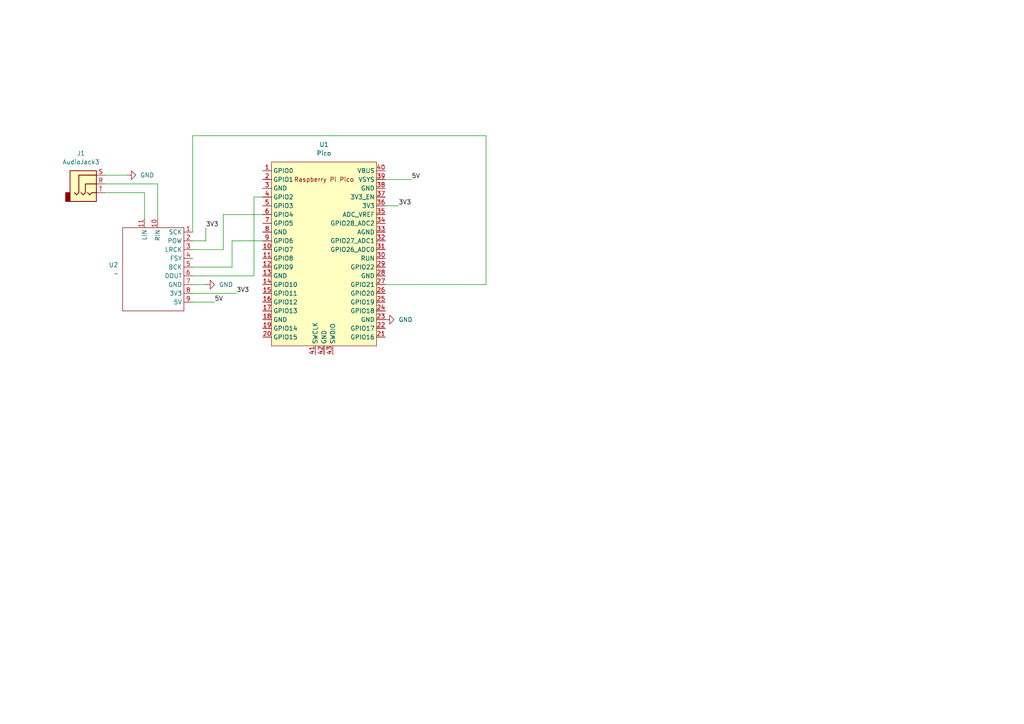
<source format=kicad_sch>
(kicad_sch (version 20250114) (generator "eeschema") (generator_version "9.0")
  (paper "A4")
  (lib_symbols
    (symbol "Connector_Audio:AudioJack3"
      (property "Reference" "J" (at 0 8.89 0))
      (property "Value" "AudioJack3" (at 0 6.35 0))
      (symbol "AudioJack3_0_1"
        (rectangle (start -5.08 -5.08) (end -6.35 -2.54) (stroke (width 0.254)) (fill (type outline)))
        (polyline (pts (xy -1.905 -2.54) (xy -1.27 -3.175) (xy -0.635 -2.54) (xy -0.635 0) (xy 2.54 0)) (stroke (width 0.254)))
        (polyline (pts (xy 0 -2.54) (xy 0.635 -3.175) (xy 1.27 -2.54) (xy 2.54 -2.54)) (stroke (width 0.254)))
        (rectangle (start 2.54 3.81) (end -5.08 -5.08) (stroke (width 0.254)) (fill (type background)))
        (polyline (pts (xy 2.54 2.54) (xy -2.54 2.54) (xy -2.54 -2.54) (xy -3.175 -3.175) (xy -3.81 -2.54)) (stroke (width 0.254)))
      )
      (symbol "AudioJack3_1_1"
        (pin passive line (at 5.08 2.54 180) (length 2.54) (name "~") (number "S"))
        (pin passive line (at 5.08 0 180) (length 2.54) (name "~") (number "R"))
        (pin passive line (at 5.08 -2.54 180) (length 2.54) (name "~") (number "T"))
      )
    )
    (symbol "MCU_RaspberryPi_and_Boards:Pico"
      (property "Reference" "U" (at -13.97 27.94 0))
      (property "Value" "Pico" (at 0 19.05 0))
      (symbol "Pico_0_0"
        (text "Raspberry Pi Pico" (at 0 21.59 0) (effects (font (size 1.27 1.27))))
      )
      (symbol "Pico_0_1"
        (rectangle (start -15.24 26.67) (end 15.24 -26.67) (fill (type background)))
      )
      (symbol "Pico_1_1"
        (pin bidirectional line (at -17.78 24.13 0) (length 2.54) (name "GPIO0") (number "1"))
        (pin bidirectional line (at -17.78 21.59 0) (length 2.54) (name "GPIO1") (number "2"))
        (pin power_in line (at -17.78 19.05 0) (length 2.54) (name "GND") (number "3"))
        (pin bidirectional line (at -17.78 16.51 0) (length 2.54) (name "GPIO2") (number "4"))
        (pin bidirectional line (at -17.78 13.97 0) (length 2.54) (name "GPIO3") (number "5"))
        (pin bidirectional line (at -17.78 11.43 0) (length 2.54) (name "GPIO4") (number "6"))
        (pin bidirectional line (at -17.78 8.89 0) (length 2.54) (name "GPIO5") (number "7"))
        (pin power_in line (at -17.78 6.35 0) (length 2.54) (name "GND") (number "8"))
        (pin bidirectional line (at -17.78 3.81 0) (length 2.54) (name "GPIO6") (number "9"))
        (pin bidirectional line (at -17.78 1.27 0) (length 2.54) (name "GPIO7") (number "10"))
        (pin bidirectional line (at -17.78 -1.27 0) (length 2.54) (name "GPIO8") (number "11"))
        (pin bidirectional line (at -17.78 -3.81 0) (length 2.54) (name "GPIO9") (number "12"))
        (pin power_in line (at -17.78 -6.35 0) (length 2.54) (name "GND") (number "13"))
        (pin bidirectional line (at -17.78 -8.89 0) (length 2.54) (name "GPIO10") (number "14"))
        (pin bidirectional line (at -17.78 -11.43 0) (length 2.54) (name "GPIO11") (number "15"))
        (pin bidirectional line (at -17.78 -13.97 0) (length 2.54) (name "GPIO12") (number "16"))
        (pin bidirectional line (at -17.78 -16.51 0) (length 2.54) (name "GPIO13") (number "17"))
        (pin power_in line (at -17.78 -19.05 0) (length 2.54) (name "GND") (number "18"))
        (pin bidirectional line (at -17.78 -21.59 0) (length 2.54) (name "GPIO14") (number "19"))
        (pin bidirectional line (at -17.78 -24.13 0) (length 2.54) (name "GPIO15") (number "20"))
        (pin input line (at -2.54 -29.21 90) (length 2.54) (name "SWCLK") (number "41"))
        (pin power_in line (at 0 -29.21 90) (length 2.54) (name "GND") (number "42"))
        (pin bidirectional line (at 2.54 -29.21 90) (length 2.54) (name "SWDIO") (number "43"))
        (pin power_in line (at 17.78 24.13 180) (length 2.54) (name "VBUS") (number "40"))
        (pin power_in line (at 17.78 21.59 180) (length 2.54) (name "VSYS") (number "39"))
        (pin bidirectional line (at 17.78 19.05 180) (length 2.54) (name "GND") (number "38"))
        (pin input line (at 17.78 16.51 180) (length 2.54) (name "3V3_EN") (number "37"))
        (pin power_in line (at 17.78 13.97 180) (length 2.54) (name "3V3") (number "36"))
        (pin power_in line (at 17.78 11.43 180) (length 2.54) (name "ADC_VREF") (number "35"))
        (pin bidirectional line (at 17.78 8.89 180) (length 2.54) (name "GPIO28_ADC2") (number "34"))
        (pin power_in line (at 17.78 6.35 180) (length 2.54) (name "AGND") (number "33"))
        (pin bidirectional line (at 17.78 3.81 180) (length 2.54) (name "GPIO27_ADC1") (number "32"))
        (pin bidirectional line (at 17.78 1.27 180) (length 2.54) (name "GPIO26_ADC0") (number "31"))
        (pin input line (at 17.78 -1.27 180) (length 2.54) (name "RUN") (number "30"))
        (pin bidirectional line (at 17.78 -3.81 180) (length 2.54) (name "GPIO22") (number "29"))
        (pin power_in line (at 17.78 -6.35 180) (length 2.54) (name "GND") (number "28"))
        (pin bidirectional line (at 17.78 -8.89 180) (length 2.54) (name "GPIO21") (number "27"))
        (pin bidirectional line (at 17.78 -11.43 180) (length 2.54) (name "GPIO20") (number "26"))
        (pin bidirectional line (at 17.78 -13.97 180) (length 2.54) (name "GPIO19") (number "25"))
        (pin bidirectional line (at 17.78 -16.51 180) (length 2.54) (name "GPIO18") (number "24"))
        (pin power_in line (at 17.78 -19.05 180) (length 2.54) (name "GND") (number "23"))
        (pin bidirectional line (at 17.78 -21.59 180) (length 2.54) (name "GPIO17") (number "22"))
        (pin bidirectional line (at 17.78 -24.13 180) (length 2.54) (name "GPIO16") (number "21"))
      )
    )
    (symbol "moniteurrf_lib:PCM1802"
      (property "Reference" "U" (at 0 0 0))
      (symbol "PCM1802_0_1"
        (rectangle (start -13.97 0) (end 3.81 -24.13))
      )
      (symbol "PCM1802_1_1"
        (pin input line (at -7.62 2.54 270) (length 2.54) (name "LIN") (number "11"))
        (pin input line (at -3.81 2.54 270) (length 2.54) (name "RIN") (number "10"))
        (pin output line (at 6.35 -1.27 180) (length 2.54) (name "SCK") (number "1"))
        (pin input line (at 6.35 -3.81 180) (length 2.54) (name "POW") (number "2"))
        (pin output line (at 6.35 -6.35 180) (length 2.54) (name "LRCK") (number "3"))
        (pin output line (at 6.35 -8.89 180) (length 2.54) (name "FSY") (number "4"))
        (pin output line (at 6.35 -11.43 180) (length 2.54) (name "BCK") (number "5"))
        (pin output line (at 6.35 -13.97 180) (length 2.54) (name "DOUT") (number "6"))
        (pin input line (at 6.35 -16.51 180) (length 2.54) (name "GND") (number "7"))
        (pin input line (at 6.35 -19.05 180) (length 2.54) (name "3V3") (number "8"))
        (pin input line (at 6.35 -21.59 180) (length 2.54) (name "5V") (number "9"))
      )
    )
    (symbol "power:GND" (power) (pin_numbers (hide yes)) (pin_names (offset 0) (hide yes))
      (property "Value" "GND" (at 0 -3.81 0))
      (symbol "GND_0_1"
        (polyline (pts (xy 0 0) (xy 0 -1.27) (xy 1.27 -1.27) (xy 0 -2.54) (xy -1.27 -1.27) (xy 0 -1.27)))
      )
      (symbol "GND_1_1"
        (pin power_in line (at 0 0 270) (length 0) (name "~") (number "1"))
      )
    )
  )
  (wire (pts (xy 59.69 66.04) (xy 59.69 69.85)))
  (wire (pts (xy 111.76 59.69) (xy 115.57 59.69)))
  (wire (pts (xy 55.88 72.39) (xy 64.77 72.39)))
  (wire (pts (xy 67.31 77.47) (xy 67.31 69.85)))
  (wire (pts (xy 30.48 50.8) (xy 36.83 50.8)))
  (wire (pts (xy 64.77 62.23) (xy 76.2 62.23)))
  (wire (pts (xy 55.88 80.01) (xy 73.66 80.01)))
  (wire (pts (xy 55.88 67.31) (xy 55.88 39.37)))
  (wire (pts (xy 111.76 52.07) (xy 119.38 52.07)))
  (wire (pts (xy 64.77 72.39) (xy 64.77 62.23)))
  (wire (pts (xy 140.97 39.37) (xy 140.97 82.55)))
  (wire (pts (xy 41.91 55.88) (xy 41.91 63.5)))
  (wire (pts (xy 30.48 55.88) (xy 41.91 55.88)))
  (wire (pts (xy 59.69 69.85) (xy 55.88 69.85)))
  (wire (pts (xy 55.88 87.63) (xy 62.23 87.63)))
  (wire (pts (xy 45.72 53.34) (xy 45.72 63.5)))
  (wire (pts (xy 55.88 77.47) (xy 67.31 77.47)))
  (wire (pts (xy 67.31 69.85) (xy 76.2 69.85)))
  (wire (pts (xy 55.88 82.55) (xy 59.69 82.55)))
  (wire (pts (xy 55.88 39.37) (xy 140.97 39.37)))
  (wire (pts (xy 140.97 82.55) (xy 111.76 82.55)))
  (wire (pts (xy 73.66 80.01) (xy 73.66 57.15)))
  (wire (pts (xy 30.48 53.34) (xy 45.72 53.34)))
  (wire (pts (xy 55.88 85.09) (xy 68.58 85.09)))
  (wire (pts (xy 73.66 57.15) (xy 76.2 57.15)))
  (label "5V" (at 62.23 87.63 0))
  (label "3V3" (at 115.57 59.69 0))
  (label "5V" (at 119.38 52.07 0))
  (label "3V3" (at 68.58 85.09 0))
  (label "3V3" (at 59.69 66.04 0))
  (symbol (lib_id "Connector_Audio:AudioJack3") (at 25.4 53.34 0) (unit 1)
    (property "Reference" "J1" (at 23.495 44.45 0))
    (property "Value" "AudioJack3" (at 23.495 46.99 0))
    (property "Description" "Audio Jack, 3 Poles (Stereo / TRS)" (effects (hide yes)))
  )
  (symbol (lib_id "power:GND") (at 111.76 92.71 90) (unit 1)
    (property "Reference" "#PWR03" (effects (hide yes)))
    (property "Value" "GND" (at 115.57 92.7099 90) (effects (justify right)))
    (property "Description" "Power symbol creates a global label with name \"GND\" , ground" (effects (hide yes)))
  )
  (symbol (lib_id "power:GND") (at 59.69 82.55 90) (unit 1)
    (property "Reference" "#PWR02" (effects (hide yes)))
    (property "Value" "GND" (at 63.5 82.5499 90) (effects (justify right)))
    (property "Description" "Power symbol creates a global label with name \"GND\" , ground" (effects (hide yes)))
  )
  (symbol (lib_id "power:GND") (at 36.83 50.8 90) (unit 1)
    (property "Reference" "#PWR01" (effects (hide yes)))
    (property "Value" "GND" (at 40.64 50.7999 90) (effects (justify right)))
    (property "Description" "Power symbol creates a global label with name \"GND\" , ground" (effects (hide yes)))
  )
  (symbol (lib_id "MCU_RaspberryPi_and_Boards:Pico") (at 93.98 73.66 0) (unit 1)
    (property "Reference" "U1" (at 93.98 41.91 0))
    (property "Value" "Pico" (at 93.98 44.45 0))
    (property "Footprint" "RPi_Pico:RPi_Pico_SMD_TH" (effects (hide yes)))
  )
  (symbol (lib_id "moniteurrf_lib:PCM1802") (at 49.53 66.04 0) (unit 1)
    (property "Reference" "U2" (at 34.29 76.8349 0) (effects (justify right)))
    (property "Value" "~" (at 34.29 79.3749 0) (effects (justify right)))
  )
)
</source>
